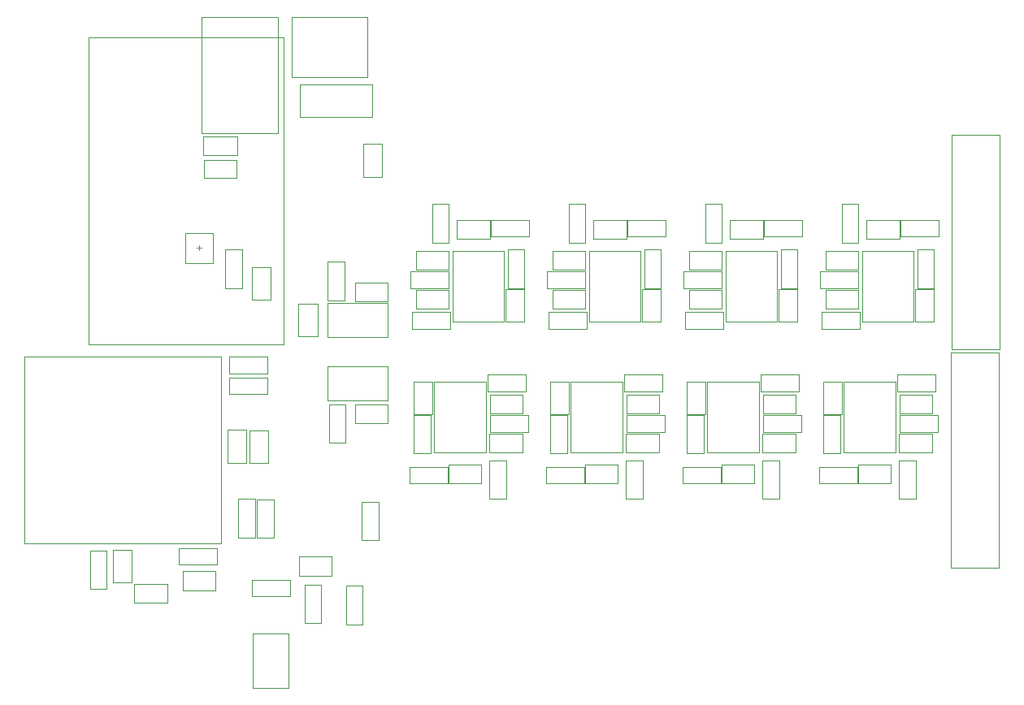
<source format=gbr>
G04*
G04 #@! TF.GenerationSoftware,Altium Limited,Altium Designer,24.0.1 (36)*
G04*
G04 Layer_Color=32768*
%FSLAX25Y25*%
%MOIN*%
G70*
G04*
G04 #@! TF.SameCoordinates,A2E01C4A-C41F-4235-85C4-DC12FCC8AE1E*
G04*
G04*
G04 #@! TF.FilePolarity,Positive*
G04*
G01*
G75*
%ADD102C,0.00197*%
%ADD103C,0.00394*%
D102*
X205205Y350508D02*
X285126D01*
X205205D02*
Y476492D01*
X285126D01*
Y350508D02*
Y476492D01*
X256209Y383898D02*
Y396102D01*
X244791Y383898D02*
X256209D01*
X244791Y396102D02*
X256209D01*
X244791Y383898D02*
Y396102D01*
X354225Y359773D02*
Y388947D01*
X375505Y359773D02*
Y388947D01*
X354225Y359773D02*
X375505D01*
X354225Y388947D02*
X375505D01*
X353547Y356863D02*
Y363753D01*
X337799D02*
X353547D01*
X337799Y356863D02*
Y363753D01*
Y356863D02*
X353547D01*
X369992Y394734D02*
Y401624D01*
Y394734D02*
X385740D01*
Y401624D01*
X369992D02*
X385740D01*
X345948Y392280D02*
X352838D01*
Y408028D01*
X345948D02*
X352838D01*
X345948Y392280D02*
Y408028D01*
X376987Y373591D02*
X383876D01*
Y389339D01*
X376987D02*
X383876D01*
X376987Y373591D02*
Y389339D01*
X337013Y373539D02*
Y380429D01*
Y373539D02*
X352761D01*
Y380429D01*
X337013D02*
X352761D01*
X339286Y381206D02*
X352775D01*
X339286Y388946D02*
X352775D01*
X339286Y381206D02*
Y388946D01*
X352775Y381206D02*
Y388946D01*
X339256Y365104D02*
X352744D01*
X339256Y372844D02*
X352744D01*
X339256Y365104D02*
Y372844D01*
X352744Y365104D02*
Y372844D01*
X356134Y401606D02*
X369623D01*
X356134Y393866D02*
X369623D01*
Y401606D01*
X356134Y393866D02*
Y401606D01*
X383865Y359801D02*
Y373289D01*
X376125Y359801D02*
Y373289D01*
Y359801D02*
X383865D01*
X376125Y373289D02*
X383865D01*
X522225Y359773D02*
Y388947D01*
X543505Y359773D02*
Y388947D01*
X522225Y359773D02*
X543505D01*
X522225Y388947D02*
X543505D01*
X505799Y356863D02*
X521547D01*
X505799D02*
Y363753D01*
X521547D01*
Y356863D02*
Y363753D01*
X537992Y401624D02*
X553740D01*
Y394734D02*
Y401624D01*
X537992Y394734D02*
X553740D01*
X537992D02*
Y401624D01*
X513948Y392280D02*
Y408028D01*
X520838D01*
Y392280D02*
Y408028D01*
X513948Y392280D02*
X520838D01*
X544986Y373591D02*
Y389339D01*
X551876D01*
Y373591D02*
Y389339D01*
X544986Y373591D02*
X551876D01*
X505013Y380429D02*
X520761D01*
Y373539D02*
Y380429D01*
X505013Y373539D02*
X520761D01*
X505013D02*
Y380429D01*
X520775Y381206D02*
Y388946D01*
X507286Y381206D02*
Y388946D01*
X520775D01*
X507286Y381206D02*
X520775D01*
X520744Y365104D02*
Y372844D01*
X507256Y365104D02*
Y372844D01*
X520744D01*
X507256Y365104D02*
X520744D01*
X524134Y393866D02*
Y401606D01*
X537623Y393866D02*
Y401606D01*
X524134Y393866D02*
X537623D01*
X524134Y401606D02*
X537623D01*
X544125Y373289D02*
X551865D01*
X544125Y359801D02*
X551865D01*
X544125D02*
Y373289D01*
X551865Y359801D02*
Y373289D01*
X368100Y306089D02*
Y335263D01*
X346820Y306089D02*
Y335263D01*
X368100D01*
X346820Y306089D02*
X368100D01*
X368778Y338172D02*
X384526D01*
Y331283D02*
Y338172D01*
X368778Y331283D02*
X384526D01*
X368778D02*
Y338172D01*
X336585Y293412D02*
X352333D01*
X336585D02*
Y300302D01*
X352333D01*
Y293412D02*
Y300302D01*
X376377Y287008D02*
Y302756D01*
X369487Y287008D02*
X376377D01*
X369487D02*
Y302756D01*
X376377D01*
X345338Y305697D02*
Y321445D01*
X338449Y305697D02*
X345338D01*
X338449D02*
Y321445D01*
X345338D01*
X369564Y314607D02*
X385312D01*
X369564D02*
Y321497D01*
X385312D01*
Y314607D02*
Y321497D01*
X369550Y306090D02*
Y313830D01*
X383038Y306090D02*
Y313830D01*
X369550Y306090D02*
X383038D01*
X369550Y313830D02*
X383038D01*
X369581Y322192D02*
Y329932D01*
X383069Y322192D02*
Y329932D01*
X369581Y322192D02*
X383069D01*
X369581Y329932D02*
X383069D01*
X366191Y293430D02*
Y301170D01*
X352702Y293430D02*
Y301170D01*
X366191D01*
X352702Y293430D02*
X366191D01*
X338460Y321747D02*
X346200D01*
X338460Y335235D02*
X346200D01*
Y321747D02*
Y335235D01*
X338460Y321747D02*
Y335235D01*
X291181Y353719D02*
X298922D01*
X291181Y367207D02*
X298922D01*
Y353719D02*
Y367207D01*
X291181Y353719D02*
Y367207D01*
X272130Y368756D02*
X279870D01*
X272130Y382244D02*
X279870D01*
Y368756D02*
Y382244D01*
X272130Y368756D02*
Y382244D01*
X288370Y460130D02*
X319472D01*
X288370D02*
Y484736D01*
X319472D01*
Y460130D02*
Y484736D01*
X303055Y368626D02*
Y384374D01*
X309945D01*
Y368626D02*
Y384374D01*
X303055Y368626D02*
X309945D01*
X310445Y310000D02*
Y325748D01*
X303555Y310000D02*
X310445D01*
X303555D02*
Y325748D01*
X310445D01*
X303157Y341488D02*
X327842D01*
X303157Y327512D02*
X327842D01*
X303157D02*
Y341488D01*
X327842Y327512D02*
Y341488D01*
X223781Y244422D02*
Y252162D01*
X237269Y244422D02*
Y252162D01*
X223781Y244422D02*
X237269D01*
X223781Y252162D02*
X237269D01*
X242000Y266945D02*
X257748D01*
Y260055D02*
Y266945D01*
X242000Y260055D02*
X257748D01*
X242000D02*
Y266945D01*
X178823Y268665D02*
X259531D01*
Y345437D01*
X178823D02*
X259531D01*
X178823Y268665D02*
Y345437D01*
X265910Y428130D02*
Y435870D01*
X252091Y428130D02*
Y435870D01*
X265910D01*
X252091Y428130D02*
X265910D01*
X252366Y426279D02*
X265634D01*
X252366Y418720D02*
X265634D01*
Y426279D01*
X252366Y418720D02*
Y426279D01*
X251252Y437181D02*
X282748D01*
Y484819D01*
X251252D02*
X282748D01*
X251252Y437181D02*
Y484819D01*
X291618Y457272D02*
X321382D01*
X291618Y443728D02*
Y457272D01*
Y443728D02*
X321382D01*
Y457272D01*
X215220Y252890D02*
Y266158D01*
X222779Y252890D02*
Y266158D01*
X215220D02*
X222779D01*
X215220Y252890D02*
X222779D01*
X271130Y315244D02*
X278870D01*
X271130Y301756D02*
X278870D01*
X271130D02*
Y315244D01*
X278870Y301756D02*
Y315244D01*
X410225Y388947D02*
X431505D01*
X410225Y359773D02*
X431505D01*
Y388947D01*
X410225Y359773D02*
Y388947D01*
X432986Y373591D02*
X439876D01*
Y389339D01*
X432986D02*
X439876D01*
X432986Y373591D02*
Y389339D01*
X409547Y356863D02*
Y363753D01*
X393799D02*
X409547D01*
X393799Y356863D02*
Y363753D01*
Y356863D02*
X409547D01*
X401948Y392280D02*
X408838D01*
Y408028D01*
X401948D02*
X408838D01*
X401948Y392280D02*
Y408028D01*
X395286Y381206D02*
X408775D01*
X395286Y388946D02*
X408775D01*
X395286Y381206D02*
Y388946D01*
X408775Y381206D02*
Y388946D01*
X439865Y359801D02*
Y373289D01*
X432125Y359801D02*
Y373289D01*
Y359801D02*
X439865D01*
X432125Y373289D02*
X439865D01*
X393013Y373539D02*
Y380429D01*
Y373539D02*
X408761D01*
Y380429D01*
X393013D02*
X408761D01*
X395256Y365104D02*
X408744D01*
X395256Y372844D02*
X408744D01*
X395256Y365104D02*
Y372844D01*
X408744Y365104D02*
Y372844D01*
X425992Y394734D02*
Y401624D01*
Y394734D02*
X441740D01*
Y401624D01*
X425992D02*
X441740D01*
X412134Y401606D02*
X425623D01*
X412134Y393866D02*
X425623D01*
Y401606D01*
X412134Y393866D02*
Y401606D01*
X466225Y388947D02*
X487505D01*
X466225Y359773D02*
X487505D01*
Y388947D01*
X466225Y359773D02*
Y388947D01*
X488986Y373591D02*
X495876D01*
Y389339D01*
X488986D02*
X495876D01*
X488986Y373591D02*
Y389339D01*
X465547Y356863D02*
Y363753D01*
X449799D02*
X465547D01*
X449799Y356863D02*
Y363753D01*
Y356863D02*
X465547D01*
X457948Y392280D02*
X464838D01*
Y408028D01*
X457948D02*
X464838D01*
X457948Y392280D02*
Y408028D01*
X451286Y381206D02*
X464775D01*
X451286Y388946D02*
X464775D01*
X451286Y381206D02*
Y388946D01*
X464775Y381206D02*
Y388946D01*
X495865Y359801D02*
Y373289D01*
X488125Y359801D02*
Y373289D01*
Y359801D02*
X495865D01*
X488125Y373289D02*
X495865D01*
X449013Y373539D02*
Y380429D01*
Y373539D02*
X464761D01*
Y380429D01*
X449013D02*
X464761D01*
X451256Y365104D02*
X464744D01*
X451256Y372844D02*
X464744D01*
X451256Y365104D02*
Y372844D01*
X464744Y365104D02*
Y372844D01*
X481992Y394734D02*
Y401624D01*
Y394734D02*
X497740D01*
Y401624D01*
X481992D02*
X497740D01*
X468134Y401606D02*
X481623D01*
X468134Y393866D02*
X481623D01*
Y401606D01*
X468134Y393866D02*
Y401606D01*
X514820Y306089D02*
X536100D01*
X514820Y335263D02*
X536100D01*
X514820Y306089D02*
Y335263D01*
X536100Y306089D02*
Y335263D01*
X506449Y321445D02*
X513338D01*
X506449Y305697D02*
Y321445D01*
Y305697D02*
X513338D01*
Y321445D01*
X536778Y331283D02*
Y338172D01*
Y331283D02*
X552526D01*
Y338172D01*
X536778D02*
X552526D01*
X537487Y302756D02*
X544377D01*
X537487Y287008D02*
Y302756D01*
Y287008D02*
X544377D01*
Y302756D01*
X537550Y313830D02*
X551039D01*
X537550Y306090D02*
X551039D01*
Y313830D01*
X537550Y306090D02*
Y313830D01*
X506460Y321747D02*
Y335235D01*
X514200Y321747D02*
Y335235D01*
X506460D02*
X514200D01*
X506460Y321747D02*
X514200D01*
X553312Y314607D02*
Y321497D01*
X537564D02*
X553312D01*
X537564Y314607D02*
Y321497D01*
Y314607D02*
X553312D01*
X537581Y329932D02*
X551069D01*
X537581Y322192D02*
X551069D01*
Y329932D01*
X537581Y322192D02*
Y329932D01*
X520333Y293412D02*
Y300302D01*
X504585D02*
X520333D01*
X504585Y293412D02*
Y300302D01*
Y293412D02*
X520333D01*
X520702Y293430D02*
X534191D01*
X520702Y301170D02*
X534191D01*
X520702Y293430D02*
Y301170D01*
X534191Y293430D02*
Y301170D01*
X458820Y306089D02*
X480100D01*
X458820Y335263D02*
X480100D01*
X458820Y306089D02*
Y335263D01*
X480100Y306089D02*
Y335263D01*
X450449Y321445D02*
X457338D01*
X450449Y305697D02*
Y321445D01*
Y305697D02*
X457338D01*
Y321445D01*
X480778Y331283D02*
Y338172D01*
Y331283D02*
X496526D01*
Y338172D01*
X480778D02*
X496526D01*
X481487Y302756D02*
X488377D01*
X481487Y287008D02*
Y302756D01*
Y287008D02*
X488377D01*
Y302756D01*
X481550Y313830D02*
X495039D01*
X481550Y306090D02*
X495039D01*
Y313830D01*
X481550Y306090D02*
Y313830D01*
X450460Y321747D02*
Y335235D01*
X458200Y321747D02*
Y335235D01*
X450460D02*
X458200D01*
X450460Y321747D02*
X458200D01*
X497312Y314607D02*
Y321497D01*
X481564D02*
X497312D01*
X481564Y314607D02*
Y321497D01*
Y314607D02*
X497312D01*
X481581Y329932D02*
X495069D01*
X481581Y322192D02*
X495069D01*
Y329932D01*
X481581Y322192D02*
Y329932D01*
X464333Y293412D02*
Y300302D01*
X448585D02*
X464333D01*
X448585Y293412D02*
Y300302D01*
Y293412D02*
X464333D01*
X464702Y293430D02*
X478191D01*
X464702Y301170D02*
X478191D01*
X464702Y293430D02*
Y301170D01*
X478191Y293430D02*
Y301170D01*
X402820Y306089D02*
X424100D01*
X402820Y335263D02*
X424100D01*
X402820Y306089D02*
Y335263D01*
X424100Y306089D02*
Y335263D01*
X394449Y321445D02*
X401338D01*
X394449Y305697D02*
Y321445D01*
Y305697D02*
X401338D01*
Y321445D01*
X424778Y331283D02*
Y338172D01*
Y331283D02*
X440526D01*
Y338172D01*
X424778D02*
X440526D01*
X425487Y302756D02*
X432376D01*
X425487Y287008D02*
Y302756D01*
Y287008D02*
X432376D01*
Y302756D01*
X425550Y313830D02*
X439039D01*
X425550Y306090D02*
X439039D01*
Y313830D01*
X425550Y306090D02*
Y313830D01*
X394460Y321747D02*
Y335235D01*
X402200Y321747D02*
Y335235D01*
X394460D02*
X402200D01*
X394460Y321747D02*
X402200D01*
X441312Y314607D02*
Y321497D01*
X425564D02*
X441312D01*
X425564Y314607D02*
Y321497D01*
Y314607D02*
X441312D01*
X425581Y329932D02*
X439069D01*
X425581Y322192D02*
X439069D01*
Y329932D01*
X425581Y322192D02*
Y329932D01*
X408333Y293412D02*
Y300302D01*
X392585D02*
X408333D01*
X392585Y293412D02*
Y300302D01*
Y293412D02*
X408333D01*
X408702Y293430D02*
X422191D01*
X408702Y301170D02*
X422191D01*
X408702Y293430D02*
Y301170D01*
X422191Y293430D02*
Y301170D01*
X558729Y258853D02*
X578414D01*
Y347042D01*
X558729D02*
X578414D01*
X558729Y258853D02*
Y347042D01*
X559019Y348382D02*
X578704D01*
Y436571D01*
X559019D02*
X578704D01*
X559019Y348382D02*
Y436571D01*
X317630Y419256D02*
X325370D01*
X317630Y432744D02*
X325370D01*
Y419256D02*
Y432744D01*
X317630Y419256D02*
Y432744D01*
X314291Y318130D02*
Y325870D01*
X327780Y318130D02*
Y325870D01*
X314291Y318130D02*
X327780D01*
X314291Y325870D02*
X327780D01*
X327842Y353512D02*
Y367488D01*
X303157Y353512D02*
Y367488D01*
Y353512D02*
X327842D01*
X303157Y367488D02*
X327842D01*
X262744Y330023D02*
X278492D01*
X262744D02*
Y336913D01*
X278492D01*
Y330023D02*
Y336913D01*
X262692Y338619D02*
X278440D01*
X262692D02*
Y345509D01*
X278440D01*
Y338619D02*
Y345509D01*
X323945Y270000D02*
Y285748D01*
X317055Y270000D02*
X323945D01*
X317055D02*
Y285748D01*
X323945D01*
X291291Y255630D02*
Y263370D01*
X304780Y255630D02*
Y263370D01*
X291291Y255630D02*
X304780D01*
X291291Y263370D02*
X304780D01*
X274055Y271126D02*
Y286874D01*
X280945D01*
Y271126D02*
Y286874D01*
X274055Y271126D02*
X280945D01*
X273379Y271278D02*
Y287026D01*
X266490Y271278D02*
X273379D01*
X266490D02*
Y287026D01*
X273379D01*
X262130Y315492D02*
X269870D01*
X262130Y301673D02*
X269870D01*
X262130D02*
Y315492D01*
X269870Y301673D02*
Y315492D01*
X314256Y368130D02*
Y375870D01*
X327744Y368130D02*
Y375870D01*
X314256Y368130D02*
X327744D01*
X314256Y375870D02*
X327744D01*
X261055Y373626D02*
Y389374D01*
X267945D01*
Y373626D02*
Y389374D01*
X261055Y373626D02*
X267945D01*
X293555Y236126D02*
Y251874D01*
X300445D01*
Y236126D02*
Y251874D01*
X293555Y236126D02*
X300445D01*
X310555Y235626D02*
Y251374D01*
X317445D01*
Y235626D02*
Y251374D01*
X310555Y235626D02*
X317445D01*
X272126Y253945D02*
X287874D01*
Y247055D02*
Y253945D01*
X272126Y247055D02*
X287874D01*
X272126D02*
Y253945D01*
X243721Y257370D02*
X257209D01*
X243721Y249630D02*
X257209D01*
Y257370D01*
X243721Y249630D02*
Y257370D01*
X272505Y231906D02*
X287072D01*
X272505Y209465D02*
Y231906D01*
Y209465D02*
X287072D01*
Y231906D01*
X205555Y250126D02*
X212445D01*
Y265874D01*
X205555D02*
X212445D01*
X205555Y250126D02*
Y265874D01*
D103*
X250500Y389016D02*
Y390984D01*
X249516Y390000D02*
X251484D01*
M02*

</source>
